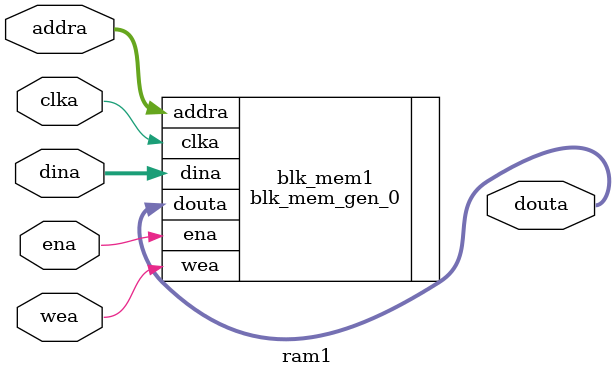
<source format=v>
`timescale 1ns / 1ps


module ram1(
input clka,
input ena,
input wea,
input [3 : 0] addra,
input [15 : 0] dina,
output wire [15:0]douta
    );
blk_mem_gen_0 blk_mem1 (
  .clka(clka),    // input wire clka
  .ena(ena),      // input wire ena
  .wea(wea),      // input wire [0 : 0] wea
  .addra(addra),  // input wire [3 : 0] addra
  .dina(dina),    // input wire [15 : 0] dina
  .douta(douta)  // output wire [15 : 0] douta
);

endmodule

</source>
